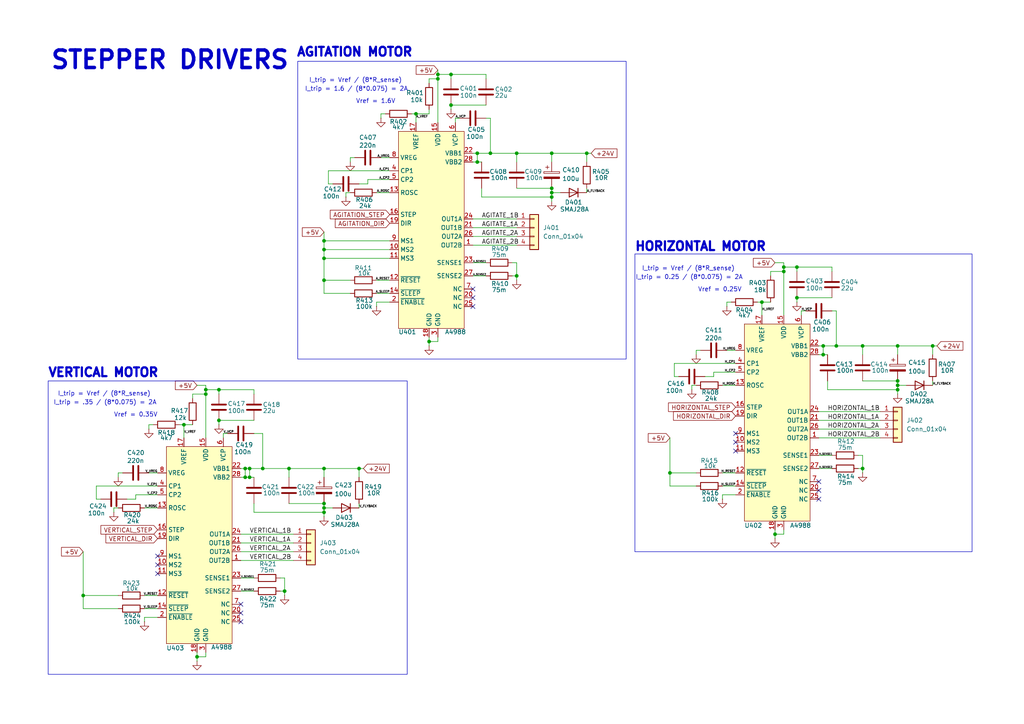
<source format=kicad_sch>
(kicad_sch (version 20250114) (generator "eeschema") (generator_version "9.0")
  (paper "A4")
  (lib_symbols
    (symbol "A4988_1"
      (property "Reference" "U" (at -7.874 20.066 0))
      (property "Value" "A4988" (at 7.366 -39.37 0))
      (symbol "A4988_1_1_1"
        (pin passive line (at -11.43 11.43 0) (length 2.54) (name "VREG") (number "8"))
        (pin input line (at -11.43 7.62 0) (length 2.54) (name "CP1") (number "4"))
        (pin input line (at -11.43 5.08 0) (length 2.54) (name "CP2") (number "5"))
        (pin input line (at -11.43 1.27 0) (length 2.54) (name "ROSC") (number "13"))
        (pin input line (at -11.43 -5.08 0) (length 2.54) (name "STEP") (number "16"))
        (pin input line (at -11.43 -7.62 0) (length 2.54) (name "DIR") (number "19"))
        (pin input line (at -11.43 -12.7 0) (length 2.54) (name "MS1") (number "9"))
        (pin input line (at -11.43 -15.24 0) (length 2.54) (name "MS2") (number "10"))
        (pin input line (at -11.43 -17.78 0) (length 2.54) (name "MS3") (number "11"))
        (pin input line (at -11.43 -24.13 0) (length 2.54) (name "~{RESET}") (number "12"))
        (pin input line (at -11.43 -27.94 0) (length 2.54) (name "~{SLEEP}") (number "14"))
        (pin input line (at -11.43 -30.48 0) (length 2.54) (name "~{ENABLE}") (number "2"))
        (pin passive line (at -3.81 21.59 270) (length 2.54) (name "VREF") (number "17"))
        (pin passive line (at 0 -40.64 90) (length 2.54) (name "GND") (number "18"))
        (pin passive line (at 0 -40.64 90) (length 2.54) (hide yes) (name "GND") (number "29"))
        (pin passive line (at 2.54 21.59 270) (length 2.54) (name "VDD") (number "15"))
        (pin passive line (at 2.54 -40.64 90) (length 2.54) (name "GND") (number "3"))
        (pin input line (at 7.62 21.59 270) (length 2.54) (name "VCP") (number "6"))
        (pin input line (at 12.7 12.7 180) (length 2.54) (name "VBB1") (number "22"))
        (pin input line (at 12.7 10.16 180) (length 2.54) (name "VBB2") (number "28"))
        (pin output line (at 12.7 -6.35 180) (length 2.54) (name "OUT1A") (number "24"))
        (pin output line (at 12.7 -8.89 180) (length 2.54) (name "OUT1B") (number "21"))
        (pin output line (at 12.7 -11.43 180) (length 2.54) (name "OUT2A") (number "26"))
        (pin output line (at 12.7 -13.97 180) (length 2.54) (name "OUT2B") (number "1"))
        (pin passive line (at 12.7 -19.05 180) (length 2.54) (name "SENSE1") (number "23"))
        (pin passive line (at 12.7 -22.86 180) (length 2.54) (name "SENSE2") (number "27"))
        (pin passive line (at 12.7 -26.67 180) (length 2.54) (name "NC") (number "7"))
        (pin passive line (at 12.7 -29.21 180) (length 2.54) (name "NC") (number "20"))
        (pin passive line (at 12.7 -31.75 180) (length 2.54) (name "NC") (number "25"))
      )
    )
    (symbol "A4988_2"
      (property "Reference" "U" (at -7.874 20.066 0))
      (property "Value" "A4988" (at 7.366 -39.37 0))
      (symbol "A4988_2_1_1"
        (pin passive line (at -11.43 11.43 0) (length 2.54) (name "VREG") (number "8"))
        (pin input line (at -11.43 7.62 0) (length 2.54) (name "CP1") (number "4"))
        (pin input line (at -11.43 5.08 0) (length 2.54) (name "CP2") (number "5"))
        (pin input line (at -11.43 1.27 0) (length 2.54) (name "ROSC") (number "13"))
        (pin input line (at -11.43 -5.08 0) (length 2.54) (name "STEP") (number "16"))
        (pin input line (at -11.43 -7.62 0) (length 2.54) (name "DIR") (number "19"))
        (pin input line (at -11.43 -12.7 0) (length 2.54) (name "MS1") (number "9"))
        (pin input line (at -11.43 -15.24 0) (length 2.54) (name "MS2") (number "10"))
        (pin input line (at -11.43 -17.78 0) (length 2.54) (name "MS3") (number "11"))
        (pin input line (at -11.43 -24.13 0) (length 2.54) (name "~{RESET}") (number "12"))
        (pin input line (at -11.43 -27.94 0) (length 2.54) (name "~{SLEEP}") (number "14"))
        (pin input line (at -11.43 -30.48 0) (length 2.54) (name "~{ENABLE}") (number "2"))
        (pin passive line (at -3.81 21.59 270) (length 2.54) (name "VREF") (number "17"))
        (pin passive line (at 0 -40.64 90) (length 2.54) (name "GND") (number "18"))
        (pin passive line (at 0 -40.64 90) (length 2.54) (hide yes) (name "GND") (number "29"))
        (pin passive line (at 2.54 21.59 270) (length 2.54) (name "VDD") (number "15"))
        (pin passive line (at 2.54 -40.64 90) (length 2.54) (name "GND") (number "3"))
        (pin input line (at 7.62 21.59 270) (length 2.54) (name "VCP") (number "6"))
        (pin input line (at 12.7 12.7 180) (length 2.54) (name "VBB1") (number "22"))
        (pin input line (at 12.7 10.16 180) (length 2.54) (name "VBB2") (number "28"))
        (pin output line (at 12.7 -6.35 180) (length 2.54) (name "OUT1A") (number "24"))
        (pin output line (at 12.7 -8.89 180) (length 2.54) (name "OUT1B") (number "21"))
        (pin output line (at 12.7 -11.43 180) (length 2.54) (name "OUT2A") (number "26"))
        (pin output line (at 12.7 -13.97 180) (length 2.54) (name "OUT2B") (number "1"))
        (pin passive line (at 12.7 -19.05 180) (length 2.54) (name "SENSE1") (number "23"))
        (pin passive line (at 12.7 -22.86 180) (length 2.54) (name "SENSE2") (number "27"))
        (pin passive line (at 12.7 -26.67 180) (length 2.54) (name "NC") (number "7"))
        (pin passive line (at 12.7 -29.21 180) (length 2.54) (name "NC") (number "20"))
        (pin passive line (at 12.7 -31.75 180) (length 2.54) (name "NC") (number "25"))
      )
    )
    (symbol "Connector_Generic:Conn_01x04" (pin_names (offset 1.016) (hide yes))
      (property "Reference" "J" (at 0 5.08 0))
      (property "Value" "Conn_01x04" (at 0 -7.62 0))
      (symbol "Conn_01x04_1_1"
        (pin passive line (at -5.08 2.54 0) (length 3.81) (name "Pin_1") (number "1"))
        (pin passive line (at -5.08 0 0) (length 3.81) (name "Pin_2") (number "2"))
        (pin passive line (at -5.08 -2.54 0) (length 3.81) (name "Pin_3") (number "3"))
        (pin passive line (at -5.08 -5.08 0) (length 3.81) (name "Pin_4") (number "4"))
      )
    )
    (symbol "Device:C" (pin_numbers (hide yes)) (pin_names (offset 0.254))
      (property "Reference" "C" (at 0.635 2.54 0))
      (property "Value" "C" (at 0.635 -2.54 0))
      (symbol "C_1_1"
        (pin passive line (at 0 3.81 270) (length 2.794) (name "~") (number "1"))
        (pin passive line (at 0 -3.81 90) (length 2.794) (name "~") (number "2"))
      )
    )
    (symbol "Device:C_Polarized" (pin_numbers (hide yes)) (pin_names (offset 0.254))
      (property "Reference" "C" (at 0.635 2.54 0))
      (property "Value" "C_Polarized" (at 0.635 -2.54 0))
      (symbol "C_Polarized_1_1"
        (pin passive line (at 0 3.81 270) (length 2.794) (name "~") (number "1"))
        (pin passive line (at 0 -3.81 90) (length 2.794) (name "~") (number "2"))
      )
    )
    (symbol "Device:D" (pin_numbers (hide yes)) (pin_names (offset 1.016) (hide yes))
      (property "Reference" "D" (at 0 2.54 0))
      (property "Value" "D" (at 0 -2.54 0))
      (symbol "D_1_1"
        (pin passive line (at -3.81 0 0) (length 2.54) (name "K") (number "1"))
        (pin passive line (at 3.81 0 180) (length 2.54) (name "A") (number "2"))
      )
    )
    (symbol "Device:R" (pin_numbers (hide yes)) (pin_names (offset 0))
      (property "Reference" "R" (at 2.032 0 90))
      (property "Value" "R" (at 0 0 90))
      (symbol "R_1_1"
        (pin passive line (at 0 3.81 270) (length 1.27) (name "~") (number "1"))
        (pin passive line (at 0 -3.81 90) (length 1.27) (name "~") (number "2"))
      )
    )
    (symbol "a4988_symbol:A4988"
      (property "Reference" "U" (at -7.874 20.066 0))
      (property "Value" "A4988" (at 7.366 -39.37 0))
      (symbol "A4988_1_1"
        (pin passive line (at -11.43 11.43 0) (length 2.54) (name "VREG") (number "8"))
        (pin input line (at -11.43 7.62 0) (length 2.54) (name "CP1") (number "4"))
        (pin input line (at -11.43 5.08 0) (length 2.54) (name "CP2") (number "5"))
        (pin input line (at -11.43 1.27 0) (length 2.54) (name "ROSC") (number "13"))
        (pin input line (at -11.43 -5.08 0) (length 2.54) (name "STEP") (number "16"))
        (pin input line (at -11.43 -7.62 0) (length 2.54) (name "DIR") (number "19"))
        (pin input line (at -11.43 -12.7 0) (length 2.54) (name "MS1") (number "9"))
        (pin input line (at -11.43 -15.24 0) (length 2.54) (name "MS2") (number "10"))
        (pin input line (at -11.43 -17.78 0) (length 2.54) (name "MS3") (number "11"))
        (pin input line (at -11.43 -24.13 0) (length 2.54) (name "~{RESET}") (number "12"))
        (pin input line (at -11.43 -27.94 0) (length 2.54) (name "~{SLEEP}") (number "14"))
        (pin input line (at -11.43 -30.48 0) (length 2.54) (name "~{ENABLE}") (number "2"))
        (pin passive line (at -3.81 21.59 270) (length 2.54) (name "VREF") (number "17"))
        (pin passive line (at 0 -40.64 90) (length 2.54) (name "GND") (number "18"))
        (pin passive line (at 0 -40.64 90) (length 2.54) (hide yes) (name "GND") (number "29"))
        (pin passive line (at 2.54 21.59 270) (length 2.54) (name "VDD") (number "15"))
        (pin passive line (at 2.54 -40.64 90) (length 2.54) (name "GND") (number "3"))
        (pin input line (at 7.62 21.59 270) (length 2.54) (name "VCP") (number "6"))
        (pin input line (at 12.7 12.7 180) (length 2.54) (name "VBB1") (number "22"))
        (pin input line (at 12.7 10.16 180) (length 2.54) (name "VBB2") (number "28"))
        (pin output line (at 12.7 -6.35 180) (length 2.54) (name "OUT1A") (number "24"))
        (pin output line (at 12.7 -8.89 180) (length 2.54) (name "OUT1B") (number "21"))
        (pin output line (at 12.7 -11.43 180) (length 2.54) (name "OUT2A") (number "26"))
        (pin output line (at 12.7 -13.97 180) (length 2.54) (name "OUT2B") (number "1"))
        (pin passive line (at 12.7 -19.05 180) (length 2.54) (name "SENSE1") (number "23"))
        (pin passive line (at 12.7 -22.86 180) (length 2.54) (name "SENSE2") (number "27"))
        (pin passive line (at 12.7 -26.67 180) (length 2.54) (name "NC") (number "7"))
        (pin passive line (at 12.7 -29.21 180) (length 2.54) (name "NC") (number "20"))
        (pin passive line (at 12.7 -31.75 180) (length 2.54) (name "NC") (number "25"))
      )
    )
    (symbol "power:GND" (power) (pin_numbers (hide yes)) (pin_names (offset 0) (hide yes))
      (property "Value" "GND" (at 0 -3.81 0))
      (symbol "GND_1_1"
        (pin power_in line (at 0 0 270) (length 0) (name "~") (number "1"))
      )
    )
  )
  (rectangle (start 86.36 17.78) (end 181.61 104.14))
  (rectangle (start 184.15 73.66) (end 281.94 160.02))
  (rectangle (start 13.97 110.49) (end 118.11 195.58))
  (text "I_trip = 0.25 / (8*0.075) = 2A" (at 199.898 80.518 0) (effects (font (size 1.27 1.27))))
  (text "I_trip = Vref / (8*R_sense)" (at 30.226 114.3 0) (effects (font (size 1.27 1.27))))
  (text "I_trip = Vref / (8*R_sense)" (at 103.124 23.368 0) (effects (font (size 1.27 1.27))))
  (text "Vref = 1.6V" (at 108.966 29.464 0) (effects (font (size 1.27 1.27))))
  (text "I_trip = Vref / (8*R_sense)" (at 199.644 77.978 0) (effects (font (size 1.27 1.27))))
  (text "VERTICAL MOTOR" (at 29.972 108.204 0) (effects (font (size 2.54 2.54) (thickness 1.016) (bold yes))))
  (text "Vref = 0.35V" (at 39.37 120.396 0) (effects (font (size 1.27 1.27))))
  (text "I_trip = .35 / (8*0.075) = 2A" (at 30.48 116.84 0) (effects (font (size 1.27 1.27))))
  (text "AGITATION MOTOR" (at 102.87 15.24 0) (effects (font (size 2.54 2.54) (thickness 1.016) (bold yes))))
  (text "STEPPER DRIVERS" (at 49.276 17.526 0) (effects (font (size 5.08 5.08) (thickness 1.016) (bold yes))))
  (text "Vref = 0.25V" (at 208.788 84.074 0) (effects (font (size 1.27 1.27))))
  (text "HORIZONTAL MOTOR" (at 203.2 71.628 0) (effects (font (size 2.54 2.54) (thickness 1.016) (bold yes))))
  (text "I_trip = 1.6 / (8*0.075) = 2A" (at 103.378 25.908 0) (effects (font (size 1.27 1.27))))
  (junction (at 242.57 100.33))
  (junction (at 72.39 135.89))
  (junction (at 194.31 137.16))
  (junction (at 231.14 86.36))
  (junction (at 76.2 135.89))
  (junction (at 124.46 99.06))
  (junction (at 138.43 46.99))
  (junction (at 250.19 100.33))
  (junction (at 53.34 123.19))
  (junction (at 71.12 138.43))
  (junction (at 160.02 44.45))
  (junction (at 130.81 21.59))
  (junction (at 260.35 110.49))
  (junction (at 63.5 121.92))
  (junction (at 231.14 77.47))
  (junction (at 170.18 44.45))
  (junction (at 93.98 74.93))
  (junction (at 93.98 72.39))
  (junction (at 260.35 100.33))
  (junction (at 127 21.59))
  (junction (at 120.65 33.02))
  (junction (at 72.39 138.43))
  (junction (at 270.51 100.33))
  (junction (at 130.81 30.48))
  (junction (at 238.76 100.33))
  (junction (at 227.33 77.47))
  (junction (at 160.02 54.61))
  (junction (at 93.98 146.05))
  (junction (at 59.69 114.3))
  (junction (at 83.82 135.89))
  (junction (at 238.76 102.87))
  (junction (at 149.86 80.01))
  (junction (at 82.55 171.45))
  (junction (at 93.98 69.85))
  (junction (at 149.86 44.45))
  (junction (at 138.43 44.45))
  (junction (at 224.79 154.94))
  (junction (at 93.98 135.89))
  (junction (at 142.24 44.45))
  (junction (at 93.98 148.59))
  (junction (at 160.02 55.88))
  (junction (at 160.02 57.15))
  (junction (at 250.19 135.89))
  (junction (at 220.98 87.63))
  (junction (at 63.5 113.03))
  (junction (at 260.35 111.76))
  (junction (at 93.98 81.28))
  (junction (at 260.35 113.03))
  (junction (at 93.98 147.32))
  (junction (at 227.33 78.74))
  (junction (at 71.12 135.89))
  (junction (at 57.15 190.5))
  (junction (at 127 22.86))
  (junction (at 59.69 113.03))
  (junction (at 104.14 135.89))
  (junction (at 24.13 172.72))
  (no_connect (at 237.49 139.7))
  (no_connect (at 45.72 163.83))
  (no_connect (at 213.36 130.81))
  (no_connect (at 137.16 83.82))
  (no_connect (at 137.16 86.36))
  (no_connect (at 213.36 125.73))
  (no_connect (at 213.36 128.27))
  (no_connect (at 45.72 161.29))
  (no_connect (at 137.16 88.9))
  (no_connect (at 69.85 180.34))
  (no_connect (at 45.72 166.37))
  (no_connect (at 69.85 177.8))
  (no_connect (at 237.49 144.78))
  (no_connect (at 69.85 175.26))
  (no_connect (at 237.49 142.24))
  (wire (pts (xy 44.45 123.19) (xy 43.18 123.19)))
  (wire (pts (xy 64.77 125.73) (xy 66.04 125.73)))
  (wire (pts (xy 237.49 132.08) (xy 241.3 132.08)))
  (wire (pts (xy 132.08 35.56) (xy 132.08 34.29)))
  (wire (pts (xy 93.98 148.59) (xy 93.98 149.86)))
  (wire (pts (xy 240.03 113.03) (xy 260.35 113.03)))
  (wire (pts (xy 113.03 72.39) (xy 93.98 72.39)))
  (wire (pts (xy 231.14 77.47) (xy 231.14 78.74)))
  (wire (pts (xy 238.76 100.33) (xy 242.57 100.33)))
  (wire (pts (xy 39.37 143.51) (xy 39.37 144.78)))
  (wire (pts (xy 201.93 101.6) (xy 203.2 101.6)))
  (wire (pts (xy 27.94 140.97) (xy 27.94 144.78)))
  (wire (pts (xy 27.94 140.97) (xy 45.72 140.97)))
  (wire (pts (xy 238.76 102.87) (xy 240.03 102.87)))
  (wire (pts (xy 170.18 44.45) (xy 170.18 46.99)))
  (wire (pts (xy 57.15 111.76) (xy 59.69 111.76)))
  (wire (pts (xy 209.55 143.51) (xy 209.55 144.78)))
  (wire (pts (xy 223.52 78.74) (xy 227.33 78.74)))
  (wire (pts (xy 41.91 179.07) (xy 41.91 180.34)))
  (wire (pts (xy 140.97 34.29) (xy 142.24 34.29)))
  (wire (pts (xy 250.19 100.33) (xy 250.19 102.87)))
  (wire (pts (xy 43.18 123.19) (xy 43.18 124.46)))
  (wire (pts (xy 100.33 55.88) (xy 100.33 57.15)))
  (wire (pts (xy 39.37 143.51) (xy 45.72 143.51)))
  (wire (pts (xy 59.69 190.5) (xy 57.15 190.5)))
  (wire (pts (xy 270.51 100.33) (xy 271.78 100.33)))
  (wire (pts (xy 270.51 110.49) (xy 270.51 111.76)))
  (wire (pts (xy 130.81 30.48) (xy 130.81 31.75)))
  (wire (pts (xy 224.79 153.67) (xy 224.79 154.94)))
  (wire (pts (xy 137.16 71.12) (xy 149.86 71.12)))
  (wire (pts (xy 231.14 86.36) (xy 241.3 86.36)))
  (wire (pts (xy 170.18 44.45) (xy 171.45 44.45)))
  (wire (pts (xy 237.49 135.89) (xy 241.3 135.89)))
  (wire (pts (xy 34.29 137.16) (xy 35.56 137.16)))
  (wire (pts (xy 93.98 74.93) (xy 93.98 72.39)))
  (wire (pts (xy 76.2 125.73) (xy 76.2 135.89)))
  (wire (pts (xy 72.39 135.89) (xy 72.39 138.43)))
  (wire (pts (xy 73.66 146.05) (xy 73.66 148.59)))
  (wire (pts (xy 149.86 80.01) (xy 149.86 81.28)))
  (wire (pts (xy 36.83 144.78) (xy 39.37 144.78)))
  (wire (pts (xy 209.55 137.16) (xy 213.36 137.16)))
  (wire (pts (xy 250.19 100.33) (xy 260.35 100.33)))
  (wire (pts (xy 24.13 160.02) (xy 24.13 172.72)))
  (wire (pts (xy 59.69 114.3) (xy 59.69 113.03)))
  (wire (pts (xy 41.91 172.72) (xy 45.72 172.72)))
  (wire (pts (xy 227.33 91.44) (xy 227.33 78.74)))
  (wire (pts (xy 93.98 135.89) (xy 93.98 138.43)))
  (wire (pts (xy 194.31 140.97) (xy 194.31 137.16)))
  (wire (pts (xy 127 99.06) (xy 124.46 99.06)))
  (wire (pts (xy 104.14 146.05) (xy 104.14 147.32)))
  (wire (pts (xy 83.82 146.05) (xy 93.98 146.05)))
  (wire (pts (xy 270.51 100.33) (xy 260.35 100.33)))
  (wire (pts (xy 34.29 147.32) (xy 33.02 147.32)))
  (wire (pts (xy 237.49 119.38) (xy 255.27 119.38)))
  (wire (pts (xy 57.15 189.23) (xy 57.15 190.5)))
  (wire (pts (xy 220.98 87.63) (xy 220.98 91.44)))
  (wire (pts (xy 237.49 121.92) (xy 255.27 121.92)))
  (wire (pts (xy 250.19 135.89) (xy 250.19 137.16)))
  (wire (pts (xy 227.33 76.2) (xy 227.33 77.47)))
  (wire (pts (xy 124.46 22.86) (xy 127 22.86)))
  (wire (pts (xy 260.35 113.03) (xy 260.35 114.3)))
  (wire (pts (xy 109.22 87.63) (xy 109.22 88.9)))
  (wire (pts (xy 260.35 110.49) (xy 260.35 111.76)))
  (wire (pts (xy 124.46 31.75) (xy 124.46 33.02)))
  (wire (pts (xy 24.13 176.53) (xy 24.13 172.72)))
  (wire (pts (xy 43.18 137.16) (xy 45.72 137.16)))
  (wire (pts (xy 55.88 114.3) (xy 55.88 115.57)))
  (wire (pts (xy 109.22 55.88) (xy 113.03 55.88)))
  (wire (pts (xy 142.24 34.29) (xy 142.24 44.45)))
  (wire (pts (xy 224.79 154.94) (xy 224.79 156.21)))
  (wire (pts (xy 34.29 138.43) (xy 34.29 137.16)))
  (wire (pts (xy 130.81 21.59) (xy 130.81 22.86)))
  (wire (pts (xy 82.55 167.64) (xy 82.55 171.45)))
  (wire (pts (xy 270.51 100.33) (xy 270.51 102.87)))
  (wire (pts (xy 113.03 74.93) (xy 93.98 74.93)))
  (wire (pts (xy 57.15 190.5) (xy 57.15 191.77)))
  (wire (pts (xy 106.68 52.07) (xy 113.03 52.07)))
  (wire (pts (xy 219.71 87.63) (xy 220.98 87.63)))
  (wire (pts (xy 124.46 97.79) (xy 124.46 99.06)))
  (wire (pts (xy 55.88 123.19) (xy 53.34 123.19)))
  (wire (pts (xy 113.03 69.85) (xy 93.98 69.85)))
  (wire (pts (xy 207.01 107.95) (xy 207.01 109.22)))
  (wire (pts (xy 64.77 127) (xy 64.77 125.73)))
  (wire (pts (xy 27.94 144.78) (xy 29.21 144.78)))
  (wire (pts (xy 59.69 113.03) (xy 63.5 113.03)))
  (wire (pts (xy 127 21.59) (xy 127 22.86)))
  (wire (pts (xy 242.57 90.17) (xy 242.57 100.33)))
  (wire (pts (xy 248.92 135.89) (xy 250.19 135.89)))
  (wire (pts (xy 237.49 102.87) (xy 238.76 102.87)))
  (wire (pts (xy 248.92 132.08) (xy 250.19 132.08)))
  (wire (pts (xy 148.59 80.01) (xy 149.86 80.01)))
  (wire (pts (xy 101.6 45.72) (xy 102.87 45.72)))
  (wire (pts (xy 63.5 113.03) (xy 63.5 114.3)))
  (wire (pts (xy 160.02 55.88) (xy 160.02 57.15)))
  (wire (pts (xy 52.07 123.19) (xy 53.34 123.19)))
  (wire (pts (xy 238.76 100.33) (xy 238.76 102.87)))
  (wire (pts (xy 69.85 157.48) (xy 85.09 157.48)))
  (wire (pts (xy 93.98 72.39) (xy 93.98 69.85)))
  (wire (pts (xy 95.25 49.53) (xy 113.03 49.53)))
  (wire (pts (xy 71.12 135.89) (xy 69.85 135.89)))
  (wire (pts (xy 71.12 138.43) (xy 72.39 138.43)))
  (wire (pts (xy 101.6 55.88) (xy 100.33 55.88)))
  (wire (pts (xy 127 22.86) (xy 127 35.56)))
  (wire (pts (xy 138.43 46.99) (xy 139.7 46.99)))
  (wire (pts (xy 200.66 111.76) (xy 200.66 113.03)))
  (wire (pts (xy 124.46 99.06) (xy 124.46 100.33)))
  (wire (pts (xy 109.22 85.09) (xy 113.03 85.09)))
  (wire (pts (xy 127 21.59) (xy 130.81 21.59)))
  (wire (pts (xy 170.18 44.45) (xy 160.02 44.45)))
  (wire (pts (xy 142.24 44.45) (xy 149.86 44.45)))
  (wire (pts (xy 194.31 127) (xy 194.31 137.16)))
  (wire (pts (xy 137.16 66.04) (xy 149.86 66.04)))
  (wire (pts (xy 81.28 171.45) (xy 82.55 171.45)))
  (wire (pts (xy 24.13 172.72) (xy 34.29 172.72)))
  (wire (pts (xy 223.52 87.63) (xy 220.98 87.63)))
  (wire (pts (xy 109.22 87.63) (xy 113.03 87.63)))
  (wire (pts (xy 210.82 87.63) (xy 210.82 88.9)))
  (wire (pts (xy 101.6 46.99) (xy 101.6 45.72)))
  (wire (pts (xy 132.08 34.29) (xy 133.35 34.29)))
  (wire (pts (xy 240.03 110.49) (xy 240.03 113.03)))
  (wire (pts (xy 238.76 100.33) (xy 237.49 100.33)))
  (wire (pts (xy 73.66 113.03) (xy 73.66 114.3)))
  (wire (pts (xy 73.66 148.59) (xy 93.98 148.59)))
  (wire (pts (xy 69.85 160.02) (xy 85.09 160.02)))
  (wire (pts (xy 93.98 81.28) (xy 93.98 74.93)))
  (wire (pts (xy 69.85 162.56) (xy 85.09 162.56)))
  (wire (pts (xy 69.85 154.94) (xy 85.09 154.94)))
  (wire (pts (xy 195.58 109.22) (xy 196.85 109.22)))
  (wire (pts (xy 160.02 54.61) (xy 160.02 55.88)))
  (wire (pts (xy 93.98 146.05) (xy 93.98 147.32)))
  (wire (pts (xy 120.65 33.02) (xy 120.65 35.56)))
  (wire (pts (xy 81.28 167.64) (xy 82.55 167.64)))
  (wire (pts (xy 95.25 53.34) (xy 96.52 53.34)))
  (wire (pts (xy 59.69 111.76) (xy 59.69 113.03)))
  (wire (pts (xy 227.33 154.94) (xy 224.79 154.94)))
  (wire (pts (xy 194.31 140.97) (xy 201.93 140.97)))
  (wire (pts (xy 231.14 77.47) (xy 241.3 77.47)))
  (wire (pts (xy 95.25 49.53) (xy 95.25 53.34)))
  (wire (pts (xy 69.85 171.45) (xy 73.66 171.45)))
  (wire (pts (xy 104.14 135.89) (xy 104.14 138.43)))
  (wire (pts (xy 104.14 135.89) (xy 93.98 135.89)))
  (wire (pts (xy 24.13 176.53) (xy 34.29 176.53)))
  (wire (pts (xy 59.69 127) (xy 59.69 114.3)))
  (wire (pts (xy 138.43 44.45) (xy 142.24 44.45)))
  (wire (pts (xy 110.49 45.72) (xy 113.03 45.72)))
  (wire (pts (xy 140.97 21.59) (xy 140.97 22.86)))
  (wire (pts (xy 33.02 147.32) (xy 33.02 148.59)))
  (wire (pts (xy 93.98 147.32) (xy 96.52 147.32)))
  (wire (pts (xy 109.22 81.28) (xy 113.03 81.28)))
  (wire (pts (xy 195.58 105.41) (xy 195.58 109.22)))
  (wire (pts (xy 241.3 77.47) (xy 241.3 78.74)))
  (wire (pts (xy 83.82 135.89) (xy 93.98 135.89)))
  (wire (pts (xy 149.86 54.61) (xy 160.02 54.61)))
  (wire (pts (xy 63.5 113.03) (xy 73.66 113.03)))
  (wire (pts (xy 63.5 121.92) (xy 63.5 123.19)))
  (wire (pts (xy 63.5 121.92) (xy 73.66 121.92)))
  (wire (pts (xy 83.82 135.89) (xy 83.82 138.43)))
  (wire (pts (xy 104.14 53.34) (xy 106.68 53.34)))
  (wire (pts (xy 41.91 176.53) (xy 45.72 176.53)))
  (wire (pts (xy 139.7 57.15) (xy 160.02 57.15)))
  (wire (pts (xy 139.7 54.61) (xy 139.7 57.15)))
  (wire (pts (xy 72.39 138.43) (xy 73.66 138.43)))
  (wire (pts (xy 53.34 123.19) (xy 53.34 127)))
  (wire (pts (xy 93.98 147.32) (xy 93.98 148.59)))
  (wire (pts (xy 69.85 167.64) (xy 73.66 167.64)))
  (wire (pts (xy 210.82 101.6) (xy 213.36 101.6)))
  (wire (pts (xy 212.09 87.63) (xy 210.82 87.63)))
  (wire (pts (xy 138.43 44.45) (xy 138.43 46.99)))
  (wire (pts (xy 93.98 85.09) (xy 93.98 81.28)))
  (wire (pts (xy 237.49 127) (xy 255.27 127)))
  (wire (pts (xy 232.41 91.44) (xy 232.41 90.17)))
  (wire (pts (xy 227.33 77.47) (xy 231.14 77.47)))
  (wire (pts (xy 201.93 111.76) (xy 200.66 111.76)))
  (wire (pts (xy 231.14 86.36) (xy 231.14 87.63)))
  (wire (pts (xy 41.91 179.07) (xy 45.72 179.07)))
  (wire (pts (xy 149.86 76.2) (xy 149.86 80.01)))
  (wire (pts (xy 194.31 137.16) (xy 201.93 137.16)))
  (wire (pts (xy 41.91 147.32) (xy 45.72 147.32)))
  (wire (pts (xy 93.98 85.09) (xy 101.6 85.09)))
  (wire (pts (xy 104.14 135.89) (xy 105.41 135.89)))
  (wire (pts (xy 73.66 125.73) (xy 76.2 125.73)))
  (wire (pts (xy 209.55 143.51) (xy 213.36 143.51)))
  (wire (pts (xy 137.16 63.5) (xy 149.86 63.5)))
  (wire (pts (xy 137.16 80.01) (xy 140.97 80.01)))
  (wire (pts (xy 69.85 138.43) (xy 71.12 138.43)))
  (wire (pts (xy 209.55 140.97) (xy 213.36 140.97)))
  (wire (pts (xy 55.88 114.3) (xy 59.69 114.3)))
  (wire (pts (xy 201.93 102.87) (xy 201.93 101.6)))
  (wire (pts (xy 111.76 33.02) (xy 110.49 33.02)))
  (wire (pts (xy 170.18 54.61) (xy 170.18 55.88)))
  (wire (pts (xy 250.19 132.08) (xy 250.19 135.89)))
  (wire (pts (xy 59.69 189.23) (xy 59.69 190.5)))
  (wire (pts (xy 72.39 135.89) (xy 71.12 135.89)))
  (wire (pts (xy 82.55 171.45) (xy 82.55 172.72)))
  (wire (pts (xy 124.46 24.13) (xy 124.46 22.86)))
  (wire (pts (xy 130.81 21.59) (xy 140.97 21.59)))
  (wire (pts (xy 232.41 90.17) (xy 233.68 90.17)))
  (wire (pts (xy 209.55 111.76) (xy 213.36 111.76)))
  (wire (pts (xy 127 97.79) (xy 127 99.06)))
  (wire (pts (xy 160.02 57.15) (xy 160.02 58.42)))
  (wire (pts (xy 130.81 30.48) (xy 140.97 30.48)))
  (wire (pts (xy 207.01 107.95) (xy 213.36 107.95)))
  (wire (pts (xy 250.19 110.49) (xy 260.35 110.49)))
  (wire (pts (xy 224.79 76.2) (xy 227.33 76.2)))
  (wire (pts (xy 93.98 67.31) (xy 93.98 69.85)))
  (wire (pts (xy 149.86 44.45) (xy 160.02 44.45)))
  (wire (pts (xy 160.02 55.88) (xy 162.56 55.88)))
  (wire (pts (xy 260.35 111.76) (xy 262.89 111.76)))
  (wire (pts (xy 223.52 78.74) (xy 223.52 80.01)))
  (wire (pts (xy 120.65 33.02) (xy 124.46 33.02)))
  (wire (pts (xy 160.02 44.45) (xy 160.02 46.99)))
  (wire (pts (xy 137.16 76.2) (xy 140.97 76.2)))
  (wire (pts (xy 137.16 46.99) (xy 138.43 46.99)))
  (wire (pts (xy 148.59 76.2) (xy 149.86 76.2)))
  (wire (pts (xy 237.49 124.46) (xy 255.27 124.46)))
  (wire (pts (xy 260.35 100.33) (xy 260.35 102.87)))
  (wire (pts (xy 137.16 68.58) (xy 149.86 68.58)))
  (wire (pts (xy 110.49 33.02) (xy 110.49 34.29)))
  (wire (pts (xy 93.98 81.28) (xy 101.6 81.28)))
  (wire (pts (xy 195.58 105.41) (xy 213.36 105.41)))
  (wire (pts (xy 76.2 135.89) (xy 83.82 135.89)))
  (wire (pts (xy 260.35 111.76) (xy 260.35 113.03)))
  (wire (pts (xy 138.43 44.45) (xy 137.16 44.45)))
  (wire (pts (xy 241.3 90.17) (xy 242.57 90.17)))
  (wire (pts (xy 227.33 78.74) (xy 227.33 77.47)))
  (wire (pts (xy 242.57 100.33) (xy 250.19 100.33)))
  (wire (pts (xy 204.47 109.22) (xy 207.01 109.22)))
  (wire (pts (xy 227.33 153.67) (xy 227.33 154.94)))
  (wire (pts (xy 72.39 135.89) (xy 76.2 135.89)))
  (wire (pts (xy 119.38 33.02) (xy 120.65 33.02)))
  (wire (pts (xy 149.86 44.45) (xy 149.86 46.99)))
  (wire (pts (xy 127 20.32) (xy 127 21.59)))
  (wire (pts (xy 106.68 52.07) (xy 106.68 53.34)))
  (wire (pts (xy 71.12 135.89) (xy 71.12 138.43)))
  (label "V_CP2" (at 45.72 143.51 180) (effects (font (size 0.635 0.635))))
  (label "H_RESET" (at 213.36 137.16 180) (effects (font (size 0.635 0.635))))
  (label "AGITATE_2B" (at 139.7 71.12 0))
  (label "VERTICAL_2A" (at 72.39 160.02 0))
  (label "HORIZONTAL_1B" (at 240.03 119.38 0))
  (label "AGITATE_1A" (at 139.7 66.04 0))
  (label "V_RESET" (at 45.72 172.72 180) (effects (font (size 0.635 0.635))))
  (label "H_SENSE2" (at 237.49 135.89 0) (effects (font (size 0.508 0.508))))
  (label "H_SLEEP" (at 213.36 140.97 180) (effects (font (size 0.635 0.635))))
  (label "A_SENSE2" (at 137.16 80.01 0) (effects (font (size 0.508 0.508))))
  (label "V_VCP" (at 64.77 125.73 0) (effects (font (size 0.635 0.635))))
  (label "V_FLYBACK" (at 104.14 147.32 0) (effects (font (size 0.635 0.635))))
  (label "A_CP1" (at 113.03 49.53 180) (effects (font (size 0.635 0.635))))
  (label "HORIZONTAL_2B" (at 240.03 127 0))
  (label "H_CP1" (at 213.36 105.41 180) (effects (font (size 0.635 0.635))))
  (label "H_VREG" (at 213.36 101.6 180) (effects (font (size 0.635 0.635))))
  (label "A_SENSE1" (at 137.16 76.2 0) (effects (font (size 0.508 0.508))))
  (label "VERTICAL_1A" (at 72.39 157.48 0))
  (label "A_RESET" (at 113.03 81.28 180) (effects (font (size 0.635 0.635))))
  (label "V_ROSC" (at 45.72 147.32 180) (effects (font (size 0.635 0.635))))
  (label "V_SENSE1" (at 69.85 167.64 0) (effects (font (size 0.508 0.508))))
  (label "AGITATE_2A" (at 139.7 68.58 0))
  (label "V_VREG" (at 45.72 137.16 180) (effects (font (size 0.635 0.635))))
  (label "H_CP2" (at 213.36 107.95 180) (effects (font (size 0.635 0.635))))
  (label "A_VREG" (at 113.03 45.72 180) (effects (font (size 0.635 0.635))))
  (label "V_VREF" (at 53.34 125.73 0) (effects (font (size 0.635 0.635))))
  (label "A_SLEEP" (at 113.03 85.09 180) (effects (font (size 0.635 0.635))))
  (label "VERTICAL_1B" (at 72.39 154.94 0))
  (label "VERTICAL_2B" (at 72.39 162.56 0))
  (label "A_ROSC" (at 113.03 55.88 180) (effects (font (size 0.635 0.635))))
  (label "A_VREF" (at 120.65 34.29 0) (effects (font (size 0.635 0.635))))
  (label "HORIZONTAL_2A" (at 240.03 124.46 0))
  (label "V_CP1" (at 45.72 140.97 180) (effects (font (size 0.635 0.635))))
  (label "A_VCP" (at 132.08 34.29 0) (effects (font (size 0.635 0.635))))
  (label "AGITATE_1B" (at 139.7 63.5 0))
  (label "A_CP2" (at 113.03 52.07 180) (effects (font (size 0.635 0.635))))
  (label "A_FLYBACK" (at 170.18 55.88 0) (effects (font (size 0.635 0.635))))
  (label "H_VCP" (at 232.41 90.17 0) (effects (font (size 0.635 0.635))))
  (label "V_SLEEP" (at 45.72 176.53 180) (effects (font (size 0.635 0.635))))
  (label "H_VREF" (at 220.98 90.17 0) (effects (font (size 0.635 0.635))))
  (label "HORIZONTAL_1A" (at 240.03 121.92 0))
  (label "H_ROSC" (at 213.36 111.76 180) (effects (font (size 0.635 0.635))))
  (label "V_SENSE2" (at 69.85 171.45 0) (effects (font (size 0.508 0.508))))
  (label "H_FLYBACK" (at 270.51 111.76 0) (effects (font (size 0.635 0.635))))
  (label "H_SENSE1" (at 237.49 132.08 0) (effects (font (size 0.508 0.508))))
  (global_label "+5V" (shape input) (at 194.31 127 180) (property "Intersheetrefs" "${INTERSHEET_REFS}" (effects (hide yes))))
  (global_label "+24V" (shape input) (at 171.45 44.45 0) (property "Intersheetrefs" "${INTERSHEET_REFS}" (effects (hide yes))))
  (global_label "VERTICAL_DIR" (shape input) (at 45.72 156.21 180) (property "Intersheetrefs" "${INTERSHEET_REFS}" (effects (hide yes))))
  (global_label "+5V" (shape input) (at 57.15 111.76 180) (property "Intersheetrefs" "${INTERSHEET_REFS}" (effects (hide yes))))
  (global_label "+24V" (shape input) (at 271.78 100.33 0) (property "Intersheetrefs" "${INTERSHEET_REFS}" (effects (hide yes))))
  (global_label "AGITATION_STEP" (shape input) (at 113.03 62.23 180) (property "Intersheetrefs" "${INTERSHEET_REFS}" (effects (hide yes))))
  (global_label "+5V" (shape input) (at 224.79 76.2 180) (property "Intersheetrefs" "${INTERSHEET_REFS}" (effects (hide yes))))
  (global_label "HORIZONTAL_DIR" (shape input) (at 213.36 120.65 180) (property "Intersheetrefs" "${INTERSHEET_REFS}" (effects (hide yes))))
  (global_label "+5V" (shape input) (at 127 20.32 180) (property "Intersheetrefs" "${INTERSHEET_REFS}" (effects (hide yes))))
  (global_label "AGITATION_DIR" (shape input) (at 113.03 64.77 180) (property "Intersheetrefs" "${INTERSHEET_REFS}" (effects (hide yes))))
  (global_label "VERTICAL_STEP" (shape input) (at 45.72 153.67 180) (property "Intersheetrefs" "${INTERSHEET_REFS}" (effects (hide yes))))
  (global_label "+5V" (shape input) (at 93.98 67.31 180) (property "Intersheetrefs" "${INTERSHEET_REFS}" (effects (hide yes))))
  (global_label "+24V" (shape input) (at 105.41 135.89 0) (property "Intersheetrefs" "${INTERSHEET_REFS}" (effects (hide yes))))
  (global_label "HORIZONTAL_STEP" (shape input) (at 213.36 118.11 180) (property "Intersheetrefs" "${INTERSHEET_REFS}" (effects (hide yes))))
  (global_label "+5V" (shape input) (at 24.13 160.02 180) (property "Intersheetrefs" "${INTERSHEET_REFS}" (effects (hide yes))))
  (symbol (lib_id "power:GND") (at 210.82 88.9 0) (unit 1)
    (property "Reference" "#PWR0404" (effects (hide yes)))
    (property "Value" "GND" (effects (hide yes)))
    (property "Description" "Power symbol creates a global label with name \"GND\" , ground" (effects (hide yes)))
  )
  (symbol (lib_id "power:GND") (at 200.66 113.03 0) (unit 1)
    (property "Reference" "#PWR0409" (effects (hide yes)))
    (property "Value" "GND" (effects (hide yes)))
    (property "Description" "Power symbol creates a global label with name \"GND\" , ground" (effects (hide yes)))
  )
  (symbol (lib_id "Device:R") (at 105.41 81.28 90) (unit 1)
    (property "Reference" "R411" (at 107.95 77.724 90) (effects (justify left)))
    (property "Value" "10k" (at 107.442 79.248 90) (effects (justify left)))
    (property "Footprint" "Resistor_SMD:R_0603_1608Metric" (effects (hide yes)))
    (property "Description" "Resistor" (effects (hide yes)))
    (property "Manufacturer" "UNI-ROYAL(Uniroyal Elec)" (effects (hide yes)))
    (property "MPN" "0603WAF1002T5E" (effects (hide yes)))
    (property "LCSC Part Number" "C25804" (effects (hide yes)))
  )
  (symbol (lib_id "power:GND") (at 57.15 191.77 0) (unit 1)
    (property "Reference" "#PWR0425" (effects (hide yes)))
    (property "Value" "GND" (effects (hide yes)))
    (property "Description" "Power symbol creates a global label with name \"GND\" , ground" (effects (hide yes)))
  )
  (symbol (lib_id "Device:R") (at 205.74 140.97 90) (unit 1)
    (property "Reference" "R416" (at 205.994 143.002 90))
    (property "Value" "100k" (at 205.994 144.78 90))
    (property "Footprint" "Resistor_SMD:R_0603_1608Metric" (effects (hide yes)))
    (property "Description" "Resistor" (effects (hide yes)))
    (property "Manufacturer" "UNI-ROYAL(Uniroyal Elec)" (effects (hide yes)))
    (property "MPN" "0603WAF1003T5E" (effects (hide yes)))
    (property "LCSC Part Number" "C25803" (effects (hide yes)))
  )
  (symbol (lib_id "power:GND") (at 160.02 58.42 0) (unit 1)
    (property "Reference" "#PWR0408" (effects (hide yes)))
    (property "Value" "GND" (effects (hide yes)))
    (property "Description" "Power symbol creates a global label with name \"GND\" , ground" (effects (hide yes)))
  )
  (symbol (lib_id "Device:C") (at 207.01 101.6 270) (unit 1)
    (property "Reference" "C411" (at 204.47 95.758 90) (effects (justify left)))
    (property "Value" "220n" (at 204.47 98.044 90) (effects (justify left)))
    (property "Footprint" "Capacitor_SMD:C_0805_2012Metric" (effects (hide yes)))
    (property "Description" "Unpolarized capacitor" (effects (hide yes)))
    (property "Manufacturer" "Samsung Electro-Mechanics" (effects (hide yes)))
    (property "MPN" "CL21B224KBFNNNE" (effects (hide yes)))
    (property "LCSC Part Number" "C5378" (effects (hide yes)))
  )
  (symbol (lib_id "power:GND") (at 124.46 100.33 0) (unit 1)
    (property "Reference" "#PWR0415" (effects (hide yes)))
    (property "Value" "GND" (effects (hide yes)))
    (property "Description" "Power symbol creates a global label with name \"GND\" , ground" (effects (hide yes)))
  )
  (symbol (lib_id "a4988_symbol:A4988") (at 57.15 148.59 0) (unit 1)
    (property "Reference" "U403" (at 48.26 187.96 0) (effects (justify left)))
    (property "Value" "A4988" (at 61.214 187.706 0) (effects (justify left)))
    (property "Footprint" "Package_DFN_QFN:QFN-28-1EP_5x5mm_P0.5mm_EP3.25x3.25mm_ThermalVias" (effects (hide yes)))
    (property "Datasheet" "kicad-embed://A4988-Datasheet.pdf" (effects (hide yes)))
    (property "Manufacturer" "Allegro MicroSystems, LLC" (effects (hide yes)))
    (property "MPN" "A4988SETTR-T" (effects (hide yes)))
    (property "LCSC Part Number" "C38437" (effects (hide yes)))
  )
  (symbol (lib_id "Device:R") (at 38.1 172.72 90) (unit 1)
    (property "Reference" "R423" (at 40.64 169.164 90) (effects (justify left)))
    (property "Value" "10k" (at 40.132 170.688 90) (effects (justify left)))
    (property "Footprint" "Resistor_SMD:R_0603_1608Metric" (effects (hide yes)))
    (property "Description" "Resistor" (effects (hide yes)))
    (property "Manufacturer" "UNI-ROYAL(Uniroyal Elec)" (effects (hide yes)))
    (property "MPN" "0603WAF1002T5E" (effects (hide yes)))
    (property "LCSC Part Number" "C25804" (effects (hide yes)))
  )
  (symbol (lib_id "power:GND") (at 260.35 114.3 0) (unit 1)
    (property "Reference" "#PWR0410" (effects (hide yes)))
    (property "Value" "GND" (effects (hide yes)))
    (property "Description" "Power symbol creates a global label with name \"GND\" , ground" (effects (hide yes)))
  )
  (symbol (lib_id "power:GND") (at 224.79 156.21 0) (unit 1)
    (property "Reference" "#PWR0416" (effects (hide yes)))
    (property "Value" "GND" (effects (hide yes)))
    (property "Description" "Power symbol creates a global label with name \"GND\" , ground" (effects (hide yes)))
  )
  (symbol (lib_id "power:GND") (at 101.6 46.99 0) (unit 1)
    (property "Reference" "#PWR0405" (effects (hide yes)))
    (property "Value" "GND" (effects (hide yes)))
    (property "Description" "Power symbol creates a global label with name \"GND\" , ground" (effects (hide yes)))
  )
  (symbol (lib_id "power:GND") (at 34.29 138.43 0) (unit 1)
    (property "Reference" "#PWR0419" (effects (hide yes)))
    (property "Value" "GND" (effects (hide yes)))
    (property "Description" "Power symbol creates a global label with name \"GND\" , ground" (effects (hide yes)))
  )
  (symbol (lib_id "Device:R") (at 55.88 119.38 180) (unit 1)
    (property "Reference" "R417" (at 52.07 119.126 0))
    (property "Value" "12k" (at 52.324 121.158 0))
    (property "Footprint" "Resistor_SMD:R_0603_1608Metric" (effects (hide yes)))
    (property "Description" "Resistor" (effects (hide yes)))
    (property "Manufacturer" "UNI-ROYAL(Uniroyal Elec)" (effects (hide yes)))
    (property "MPN" "0603WAF1202T5E" (effects (hide yes)))
    (property "LCSC Part Number" "C22790" (effects (hide yes)))
  )
  (symbol (lib_id "Device:C") (at 137.16 34.29 90) (unit 1)
    (property "Reference" "C405" (at 140.716 37.592 90) (effects (justify left)))
    (property "Value" "100n" (at 140.208 39.624 90) (effects (justify left)))
    (property "Footprint" "Capacitor_SMD:C_0603_1608Metric" (effects (hide yes)))
    (property "Description" "Unpolarized capacitor" (effects (hide yes)))
    (property "Manufacturer" "YAGEO" (effects (hide yes)))
    (property "MPN" "CC0603KRX7R9BB104" (effects (hide yes)))
    (property "LCSC Part Number" "C14663" (effects (hide yes)))
  )
  (symbol (lib_id "Device:R") (at 223.52 83.82 0) (unit 1)
    (property "Reference" "R403" (at 219.71 82.042 0))
    (property "Value" "18k" (at 220.472 84.074 0))
    (property "Footprint" "Resistor_SMD:R_0603_1608Metric" (effects (hide yes)))
    (property "Description" "Resistor" (effects (hide yes)))
    (property "Manufacturer" "UNI-ROYAL(Uniroyal Elec)" (effects (hide yes)))
    (property "MPN" "0603WAF1802T5E" (effects (hide yes)))
    (property "LCSC Part Number" "C25810" (effects (hide yes)))
  )
  (symbol (lib_id "power:GND") (at 250.19 137.16 0) (unit 1)
    (property "Reference" "#PWR0412" (effects (hide yes)))
    (property "Value" "GND" (effects (hide yes)))
    (property "Description" "Power symbol creates a global label with name \"GND\" , ground" (effects (hide yes)))
  )
  (symbol (lib_id "Device:R") (at 245.11 132.08 90) (unit 1)
    (property "Reference" "R412" (at 245.364 128.016 90))
    (property "Value" "75m" (at 245.11 129.794 90))
    (property "Footprint" "Resistor_SMD:R_1206_3216Metric" (effects (hide yes)))
    (property "Description" "Resistor" (effects (hide yes)))
    (property "Manufacturer" "Ever Ohms Tech" (effects (hide yes)))
    (property "MPN" "CR1206FR075P05R" (effects (hide yes)))
    (property "LCSC Part Number" "C149663" (effects (hide yes)))
  )
  (symbol (lib_id "Device:C") (at 100.33 53.34 90) (unit 1)
    (property "Reference" "C412" (at 99.06 54.864 90) (effects (justify left)))
    (property "Value" "100n" (at 98.552 56.896 90) (effects (justify left)))
    (property "Footprint" "Capacitor_SMD:C_0603_1608Metric" (effects (hide yes)))
    (property "Description" "Unpolarized capacitor" (effects (hide yes)))
    (property "Manufacturer" "YAGEO" (effects (hide yes)))
    (property "MPN" "CC0603KRX7R9BB104" (effects (hide yes)))
    (property "LCSC Part Number" "C14663" (effects (hide yes)))
  )
  (symbol (lib_id "Device:C") (at 69.85 125.73 90) (unit 1)
    (property "Reference" "C419" (at 73.406 129.032 90) (effects (justify left)))
    (property "Value" "100n" (at 72.898 131.064 90) (effects (justify left)))
    (property "Footprint" "Capacitor_SMD:C_0603_1608Metric" (effects (hide yes)))
    (property "Description" "Unpolarized capacitor" (effects (hide yes)))
    (property "Manufacturer" "YAGEO" (effects (hide yes)))
    (property "MPN" "CC0603KRX7R9BB104" (effects (hide yes)))
    (property "LCSC Part Number" "C14663" (effects (hide yes)))
  )
  (symbol (lib_id "Device:C") (at 83.82 142.24 180) (unit 1)
    (property "Reference" "C422" (at 91.186 141.224 0) (effects (justify left)))
    (property "Value" "100n" (at 91.44 143.002 0) (effects (justify left)))
    (property "Footprint" "Capacitor_SMD:C_0603_1608Metric" (effects (hide yes)))
    (property "Description" "Unpolarized capacitor" (effects (hide yes)))
    (property "Manufacturer" "YAGEO" (effects (hide yes)))
    (property "MPN" "CC0603KRX7R9BB104" (effects (hide yes)))
    (property "LCSC Part Number" "C14663" (effects (hide yes)))
  )
  (symbol (lib_id "Device:R") (at 215.9 87.63 270) (unit 1)
    (property "Reference" "R404" (at 215.9 89.916 90))
    (property "Value" "4k7" (at 215.9 91.44 90))
    (property "Footprint" "Resistor_SMD:R_0603_1608Metric" (effects (hide yes)))
    (property "Description" "Resistor" (effects (hide yes)))
    (property "Manufacturer" "UNI-ROYAL(Uniroyal Elec)" (effects (hide yes)))
    (property "MPN" "0603WAF4701T5E" (effects (hide yes)))
    (property "LCSC Part Number" "C23162" (effects (hide yes)))
  )
  (symbol (lib_id "power:GND") (at 33.02 148.59 0) (unit 1)
    (property "Reference" "#PWR0420" (effects (hide yes)))
    (property "Value" "GND" (effects (hide yes)))
    (property "Description" "Power symbol creates a global label with name \"GND\" , ground" (effects (hide yes)))
  )
  (symbol (lib_id "Device:R") (at 270.51 106.68 0) (unit 1)
    (property "Reference" "R407" (at 272.034 105.664 0) (effects (justify left)))
    (property "Value" "10R" (at 272.796 107.442 0) (effects (justify left)))
    (property "Footprint" "Resistor_SMD:R_0603_1608Metric" (effects (hide yes)))
    (property "Description" "Resistor" (effects (hide yes)))
    (property "Manufacturer" "UNI-ROYAL(Uniroyal Elec)" (effects (hide yes)))
    (property "MPN" "0603WAF100JT5E" (effects (hide yes)))
    (property "LCSC Part Number" "C22859" (effects (hide yes)))
  )
  (symbol (lib_id "Device:C") (at 73.66 118.11 0) (unit 1)
    (property "Reference" "C418" (at 76.2 117.348 0) (effects (justify left)))
    (property "Value" "22u" (at 76.2 119.126 0) (effects (justify left)))
    (property "Footprint" "Capacitor_SMD:C_0603_1608Metric" (effects (hide yes)))
    (property "Description" "Unpolarized capacitor" (effects (hide yes)))
    (property "Manufacturer" "Samsung Electro-Mechanics" (effects (hide yes)))
    (property "MPN" "CL21A226MAQNNNE" (effects (hide yes)))
    (property "LCSC Part Number" "C45783" (effects (hide yes)))
  )
  (symbol (lib_id "Device:R") (at 124.46 27.94 180) (unit 1)
    (property "Reference" "R401" (at 122.936 26.924 0) (effects (justify left)))
    (property "Value" "10k" (at 122.682 28.956 0) (effects (justify left)))
    (property "Footprint" "Resistor_SMD:R_0603_1608Metric" (effects (hide yes)))
    (property "Description" "Resistor" (effects (hide yes)))
    (property "Manufacturer" "UNI-ROYAL(Uniroyal Elec)" (effects (hide yes)))
    (property "MPN" "0603WAF1002T5E" (effects (hide yes)))
    (property "LCSC Part Number" "C25804" (effects (hide yes)))
  )
  (symbol (lib_id "Device:C_Polarized") (at 160.02 50.8 0) (unit 1)
    (property "Reference" "C410" (at 163.068 49.276 0) (effects (justify left)))
    (property "Value" "100u" (at 163.068 51.816 0) (effects (justify left)))
    (property "Footprint" "Capacitor_SMD:CP_Elec_6.3x7.7" (effects (hide yes)))
    (property "Description" "Polarized capacitor" (effects (hide yes)))
    (property "Manufacturer" "Honor Elec" (effects (hide yes)))
    (property "MPN" "RVT1V101M0607" (effects (hide yes)))
    (property "LCSC Part Number" "C3339" (effects (hide yes)))
  )
  (symbol (lib_id "Device:D") (at 166.37 55.88 180) (unit 1)
    (property "Reference" "D401" (at 166.37 58.674 0))
    (property "Value" "SMAJ28A" (at 166.624 60.706 0))
    (property "Footprint" "Diode_SMD:D_SMA" (effects (hide yes)))
    (property "Description" "Diode" (effects (hide yes)))
    (property "Sim.Device" "D" (effects (hide yes)))
    (property "Sim.Pins" "1=K 2=A" (effects (hide yes)))
    (property "Manufacturer" "Littelfuse" (effects (hide yes)))
    (property "MPN" "SMAJ28A" (effects (hide yes)))
    (property "LCSC Part Number" "C148227" (effects (hide yes)))
  )
  (symbol (lib_id "Device:C") (at 63.5 118.11 180) (unit 1)
    (property "Reference" "C417" (at 68.58 117.094 0))
    (property "Value" "100n" (at 68.58 119.126 0))
    (property "Footprint" "Capacitor_SMD:C_0402_1005Metric" (effects (hide yes)))
    (property "Description" "Unpolarized capacitor" (effects (hide yes)))
    (property "Manufacturer" "Samsung Electro-Mechanics" (effects (hide yes)))
    (property "MPN" "CL05B104KO5NNNC" (effects (hide yes)))
    (property "LCSC Part Number" "C1525" (effects (hide yes)))
  )
  (symbol (lib_id "Device:D") (at 100.33 147.32 180) (unit 1)
    (property "Reference" "D403" (at 99.822 150.114 0))
    (property "Value" "SMAJ28A" (at 100.076 152.146 0))
    (property "Footprint" "Diode_SMD:D_SMA" (effects (hide yes)))
    (property "Description" "Diode" (effects (hide yes)))
    (property "Sim.Device" "D" (effects (hide yes)))
    (property "Sim.Pins" "1=K 2=A" (effects (hide yes)))
    (property "Manufacturer" "Littelfuse" (effects (hide yes)))
    (property "MPN" "SMAJ28A" (effects (hide yes)))
    (property "LCSC Part Number" "C148227" (effects (hide yes)))
  )
  (symbol (lib_id "power:GND") (at 110.49 34.29 0) (unit 1)
    (property "Reference" "#PWR0402" (effects (hide yes)))
    (property "Value" "GND" (effects (hide yes)))
    (property "Description" "Power symbol creates a global label with name \"GND\" , ground" (effects (hide yes)))
  )
  (symbol (lib_id "power:GND") (at 82.55 172.72 0) (unit 1)
    (property "Reference" "#PWR0422" (effects (hide yes)))
    (property "Value" "GND" (effects (hide yes)))
    (property "Description" "Power symbol creates a global label with name \"GND\" , ground" (effects (hide yes)))
  )
  (symbol (lib_id "Device:R") (at 105.41 85.09 90) (unit 1)
    (property "Reference" "R413" (at 105.664 87.122 90))
    (property "Value" "100k" (at 105.664 88.9 90))
    (property "Footprint" "Resistor_SMD:R_0603_1608Metric" (effects (hide yes)))
    (property "Description" "Resistor" (effects (hide yes)))
    (property "Manufacturer" "UNI-ROYAL(Uniroyal Elec)" (effects (hide yes)))
    (property "MPN" "0603WAF1003T5E" (effects (hide yes)))
    (property "LCSC Part Number" "C25803" (effects (hide yes)))
  )
  (symbol (lib_id "power:GND") (at 209.55 144.78 0) (unit 1)
    (property "Reference" "#PWR0414" (effects (hide yes)))
    (property "Value" "GND" (effects (hide yes)))
    (property "Description" "Power symbol creates a global label with name \"GND\" , ground" (effects (hide yes)))
  )
  (symbol (lib_id "Device:C") (at 241.3 82.55 0) (unit 1)
    (property "Reference" "C404" (at 243.84 81.788 0) (effects (justify left)))
    (property "Value" "22u" (at 243.84 83.566 0) (effects (justify left)))
    (property "Footprint" "Capacitor_SMD:C_0603_1608Metric" (effects (hide yes)))
    (property "Description" "Unpolarized capacitor" (effects (hide yes)))
    (property "Manufacturer" "Samsung Electro-Mechanics" (effects (hide yes)))
    (property "MPN" "CL21A226MAQNNNE" (effects (hide yes)))
    (property "LCSC Part Number" "C45783" (effects (hide yes)))
  )
  (symbol (lib_id "Device:C") (at 240.03 106.68 180) (unit 1)
    (property "Reference" "C413" (at 247.396 105.664 0) (effects (justify left)))
    (property "Value" "100n" (at 247.65 107.442 0) (effects (justify left)))
    (property "Footprint" "Capacitor_SMD:C_0603_1608Metric" (effects (hide yes)))
    (property "Description" "Unpolarized capacitor" (effects (hide yes)))
    (property "Manufacturer" "YAGEO" (effects (hide yes)))
    (property "MPN" "CC0603KRX7R9BB104" (effects (hide yes)))
    (property "LCSC Part Number" "C14663" (effects (hide yes)))
  )
  (symbol (lib_id "Device:R") (at 38.1 176.53 90) (unit 1)
    (property "Reference" "R424" (at 38.354 178.562 90))
    (property "Value" "100k" (at 38.354 180.34 90))
    (property "Footprint" "Resistor_SMD:R_0603_1608Metric" (effects (hide yes)))
    (property "Description" "Resistor" (effects (hide yes)))
    (property "Manufacturer" "UNI-ROYAL(Uniroyal Elec)" (effects (hide yes)))
    (property "MPN" "0603WAF1003T5E" (effects (hide yes)))
    (property "LCSC Part Number" "C25803" (effects (hide yes)))
  )
  (symbol (lib_name "A4988_2") (lib_id "a4988_symbol:A4988") (at 224.79 113.03 0) (unit 1)
    (property "Reference" "U402" (at 215.9 152.4 0) (effects (justify left)))
    (property "Value" "A4988" (at 229.108 152.4 0) (effects (justify left)))
    (property "Footprint" "Package_DFN_QFN:QFN-28-1EP_5x5mm_P0.5mm_EP3.25x3.25mm_ThermalVias" (effects (hide yes)))
    (property "Datasheet" "kicad-embed://A4988-Datasheet.pdf" (effects (hide yes)))
    (property "Manufacturer" "Allegro MicroSystems, LLC" (effects (hide yes)))
    (property "MPN" "A4988SETTR-T" (effects (hide yes)))
    (property "LCSC Part Number" "C38437" (effects (hide yes)))
  )
  (symbol (lib_id "power:GND") (at 41.91 180.34 0) (unit 1)
    (property "Reference" "#PWR0423" (effects (hide yes)))
    (property "Value" "GND" (effects (hide yes)))
    (property "Description" "Power symbol creates a global label with name \"GND\" , ground" (effects (hide yes)))
  )
  (symbol (lib_id "Connector_Generic:Conn_01x04") (at 260.35 121.92 0) (unit 1) (in_bom no)
    (property "Reference" "J402" (at 262.89 121.9199 0) (effects (justify left)))
    (property "Value" "Conn_01x04" (at 262.89 124.4599 0) (effects (justify left)))
    (property "Footprint" "TerminalBlock:TerminalBlock_bornier-4_P5.08mm" (effects (hide yes)))
    (property "Description" "Generic connector, single row, 01x04, script generated (kicad-library-utils/schlib/autogen/connector/)" (effects (hide yes)))
  )
  (symbol (lib_id "Device:R") (at 205.74 137.16 90) (unit 1)
    (property "Reference" "R415" (at 208.28 133.604 90) (effects (justify left)))
    (property "Value" "10k" (at 207.772 135.128 90) (effects (justify left)))
    (property "Footprint" "Resistor_SMD:R_0603_1608Metric" (effects (hide yes)))
    (property "Description" "Resistor" (effects (hide yes)))
    (property "Manufacturer" "UNI-ROYAL(Uniroyal Elec)" (effects (hide yes)))
    (property "MPN" "0603WAF1002T5E" (effects (hide yes)))
    (property "LCSC Part Number" "C25804" (effects (hide yes)))
  )
  (symbol (lib_id "Device:C") (at 39.37 137.16 270) (unit 1)
    (property "Reference" "C420" (at 36.83 131.318 90) (effects (justify left)))
    (property "Value" "220n" (at 36.83 133.604 90) (effects (justify left)))
    (property "Footprint" "Capacitor_SMD:C_0805_2012Metric" (effects (hide yes)))
    (property "Description" "Unpolarized capacitor" (effects (hide yes)))
    (property "Manufacturer" "Samsung Electro-Mechanics" (effects (hide yes)))
    (property "MPN" "CL21B224KBFNNNE" (effects (hide yes)))
    (property "LCSC Part Number" "C5378" (effects (hide yes)))
  )
  (symbol (lib_id "power:GND") (at 43.18 124.46 0) (unit 1)
    (property "Reference" "#PWR0418" (effects (hide yes)))
    (property "Value" "GND" (effects (hide yes)))
    (property "Description" "Power symbol creates a global label with name \"GND\" , ground" (effects (hide yes)))
  )
  (symbol (lib_id "power:GND") (at 63.5 123.19 0) (unit 1)
    (property "Reference" "#PWR0417" (effects (hide yes)))
    (property "Value" "GND" (effects (hide yes)))
    (property "Description" "Power symbol creates a global label with name \"GND\" , ground" (effects (hide yes)))
  )
  (symbol (lib_id "power:GND") (at 130.81 31.75 0) (unit 1)
    (property "Reference" "#PWR0401" (effects (hide yes)))
    (property "Value" "GND" (effects (hide yes)))
    (property "Description" "Power symbol creates a global label with name \"GND\" , ground" (effects (hide yes)))
  )
  (symbol (lib_id "power:GND") (at 109.22 88.9 0) (unit 1)
    (property "Reference" "#PWR0413" (effects (hide yes)))
    (property "Value" "GND" (effects (hide yes)))
    (property "Description" "Power symbol creates a global label with name \"GND\" , ground" (effects (hide yes)))
  )
  (symbol (lib_id "power:GND") (at 100.33 57.15 0) (unit 1)
    (property "Reference" "#PWR0407" (effects (hide yes)))
    (property "Value" "GND" (effects (hide yes)))
    (property "Description" "Power symbol creates a global label with name \"GND\" , ground" (effects (hide yes)))
  )
  (symbol (lib_id "Device:C") (at 73.66 142.24 180) (unit 1)
    (property "Reference" "C421" (at 81.026 141.224 0) (effects (justify left)))
    (property "Value" "100n" (at 81.28 143.002 0) (effects (justify left)))
    (property "Footprint" "Capacitor_SMD:C_0603_1608Metric" (effects (hide yes)))
    (property "Description" "Unpolarized capacitor" (effects (hide yes)))
    (property "Manufacturer" "YAGEO" (effects (hide yes)))
    (property "MPN" "CC0603KRX7R9BB104" (effects (hide yes)))
    (property "LCSC Part Number" "C14663" (effects (hide yes)))
  )
  (symbol (lib_id "Device:R") (at 105.41 55.88 90) (unit 1)
    (property "Reference" "R406" (at 105.664 57.912 90))
    (property "Value" "24k" (at 105.918 59.69 90))
    (property "Footprint" "Resistor_SMD:R_0603_1608Metric" (effects (hide yes)))
    (property "Description" "Resistor" (effects (hide yes)))
    (property "Manufacturer" "UNI-ROYAL(Uniroyal Elec)" (effects (hide yes)))
    (property "MPN" "0603WAF2402T5E" (effects (hide yes)))
    (property "LCSC Part Number" "C23352" (effects (hide yes)))
  )
  (symbol (lib_id "Device:R") (at 205.74 111.76 90) (unit 1)
    (property "Reference" "R408" (at 205.994 113.792 90))
    (property "Value" "24k" (at 206.248 115.57 90))
    (property "Footprint" "Resistor_SMD:R_0603_1608Metric" (effects (hide yes)))
    (property "Description" "Resistor" (effects (hide yes)))
    (property "Manufacturer" "UNI-ROYAL(Uniroyal Elec)" (effects (hide yes)))
    (property "MPN" "0603WAF2402T5E" (effects (hide yes)))
    (property "LCSC Part Number" "C23352" (effects (hide yes)))
  )
  (symbol (lib_id "Device:C") (at 130.81 26.67 180) (unit 1)
    (property "Reference" "C401" (at 135.89 25.654 0))
    (property "Value" "100n" (at 135.89 27.686 0))
    (property "Footprint" "Capacitor_SMD:C_0402_1005Metric" (effects (hide yes)))
    (property "Description" "Unpolarized capacitor" (effects (hide yes)))
    (property "Manufacturer" "Samsung Electro-Mechanics" (effects (hide yes)))
    (property "MPN" "CL05B104KO5NNNC" (effects (hide yes)))
    (property "LCSC Part Number" "C1525" (effects (hide yes)))
  )
  (symbol (lib_id "Device:R") (at 115.57 33.02 270) (unit 1)
    (property "Reference" "R402" (at 115.57 35.306 90))
    (property "Value" "4k7" (at 115.57 36.83 90))
    (property "Footprint" "Resistor_SMD:R_0603_1608Metric" (effects (hide yes)))
    (property "Description" "Resistor" (effects (hide yes)))
    (property "Manufacturer" "UNI-ROYAL(Uniroyal Elec)" (effects (hide yes)))
    (property "MPN" "0603WAF4701T5E" (effects (hide yes)))
    (property "LCSC Part Number" "C23162" (effects (hide yes)))
  )
  (symbol (lib_id "power:GND") (at 201.93 102.87 0) (unit 1)
    (property "Reference" "#PWR0406" (effects (hide yes)))
    (property "Value" "GND" (effects (hide yes)))
    (property "Description" "Power symbol creates a global label with name \"GND\" , ground" (effects (hide yes)))
  )
  (symbol (lib_id "Device:C") (at 250.19 106.68 180) (unit 1)
    (property "Reference" "C414" (at 257.556 105.664 0) (effects (justify left)))
    (property "Value" "100n" (at 257.81 107.442 0) (effects (justify left)))
    (property "Footprint" "Capacitor_SMD:C_0603_1608Metric" (effects (hide yes)))
    (property "Description" "Unpolarized capacitor" (effects (hide yes)))
    (property "Manufacturer" "YAGEO" (effects (hide yes)))
    (property "MPN" "CC0603KRX7R9BB104" (effects (hide yes)))
    (property "LCSC Part Number" "C14663" (effects (hide yes)))
  )
  (symbol (lib_name "A4988_1") (lib_id "a4988_symbol:A4988") (at 124.46 57.15 0) (unit 1)
    (property "Reference" "U401" (at 115.57 96.266 0) (effects (justify left)))
    (property "Value" "A4988" (at 129.032 96.266 0) (effects (justify left)))
    (property "Footprint" "Package_DFN_QFN:QFN-28-1EP_5x5mm_P0.5mm_EP3.25x3.25mm_ThermalVias" (effects (hide yes)))
    (property "Datasheet" "kicad-embed://A4988-Datasheet.pdf" (effects (hide yes)))
    (property "Manufacturer" "Allegro MicroSystems, LLC" (effects (hide yes)))
    (property "MPN" "A4988SETTR-T" (effects (hide yes)))
    (property "LCSC Part Number" "C38437" (effects (hide yes)))
  )
  (symbol (lib_id "Device:C_Polarized") (at 93.98 142.24 0) (unit 1)
    (property "Reference" "C423" (at 97.028 140.716 0) (effects (justify left)))
    (property "Value" "100u" (at 97.028 143.256 0) (effects (justify left)))
    (property "Footprint" "Capacitor_SMD:CP_Elec_6.3x7.7" (effects (hide yes)))
    (property "Description" "Polarized capacitor" (effects (hide yes)))
    (property "Manufacturer" "Honor Elec" (effects (hide yes)))
    (property "MPN" "RVT1V101M0607" (effects (hide yes)))
    (property "LCSC Part Number" "C3339" (effects (hide yes)))
  )
  (symbol (lib_id "Connector_Generic:Conn_01x04") (at 90.17 157.48 0) (unit 1) (in_bom no)
    (property "Reference" "J403" (at 92.71 157.4799 0) (effects (justify left)))
    (property "Value" "Conn_01x04" (at 92.71 160.0199 0) (effects (justify left)))
    (property "Footprint" "TerminalBlock:TerminalBlock_bornier-4_P5.08mm" (effects (hide yes)))
    (property "Description" "Generic connector, single row, 01x04, script generated (kicad-library-utils/schlib/autogen/connector/)" (effects (hide yes)))
  )
  (symbol (lib_id "Device:C") (at 200.66 109.22 90) (unit 1)
    (property "Reference" "C416" (at 198.628 111.252 90) (effects (justify left)))
    (property "Value" "100n" (at 198.12 113.284 90) (effects (justify left)))
    (property "Footprint" "Capacitor_SMD:C_0603_1608Metric" (effects (hide yes)))
    (property "Description" "Unpolarized capacitor" (effects (hide yes)))
    (property "Manufacturer" "YAGEO" (effects (hide yes)))
    (property "MPN" "CC0603KRX7R9BB104" (effects (hide yes)))
    (property "LCSC Part Number" "C14663" (effects (hide yes)))
  )
  (symbol (lib_id "Device:D") (at 266.7 111.76 180) (unit 1)
    (property "Reference" "D402" (at 266.446 114.3 0))
    (property "Value" "SMAJ28A" (at 266.7 116.332 0))
    (property "Footprint" "Diode_SMD:D_SMA" (effects (hide yes)))
    (property "Description" "Diode" (effects (hide yes)))
    (property "Sim.Device" "D" (effects (hide yes)))
    (property "Sim.Pins" "1=K 2=A" (effects (hide yes)))
    (property "Manufacturer" "Littelfuse" (effects (hide yes)))
    (property "MPN" "SMAJ28A" (effects (hide yes)))
    (property "LCSC Part Number" "C148227" (effects (hide yes)))
  )
  (symbol (lib_id "Device:C") (at 139.7 50.8 180) (unit 1)
    (property "Reference" "C408" (at 147.066 49.784 0) (effects (justify left)))
    (property "Value" "100n" (at 147.32 51.562 0) (effects (justify left)))
    (property "Footprint" "Capacitor_SMD:C_0603_1608Metric" (effects (hide yes)))
    (property "Description" "Unpolarized capacitor" (effects (hide yes)))
    (property "Manufacturer" "YAGEO" (effects (hide yes)))
    (property "MPN" "CC0603KRX7R9BB104" (effects (hide yes)))
    (property "LCSC Part Number" "C14663" (effects (hide yes)))
  )
  (symbol (lib_id "Device:C_Polarized") (at 260.35 106.68 0) (unit 1)
    (property "Reference" "C415" (at 263.398 105.156 0) (effects (justify left)))
    (property "Value" "100u" (at 263.398 107.696 0) (effects (justify left)))
    (property "Footprint" "Capacitor_SMD:CP_Elec_6.3x7.7" (effects (hide yes)))
    (property "Description" "Polarized capacitor" (effects (hide yes)))
    (property "Manufacturer" "Honor Elec" (effects (hide yes)))
    (property "MPN" "RVT1V101M0607" (effects (hide yes)))
    (property "LCSC Part Number" "C3339" (effects (hide yes)))
  )
  (symbol (lib_id "Device:C") (at 231.14 82.55 180) (unit 1)
    (property "Reference" "C403" (at 236.22 81.534 0))
    (property "Value" "100n" (at 236.22 83.566 0))
    (property "Footprint" "Capacitor_SMD:C_0402_1005Metric" (effects (hide yes)))
    (property "Description" "Unpolarized capacitor" (effects (hide yes)))
    (property "Manufacturer" "Samsung Electro-Mechanics" (effects (hide yes)))
    (property "MPN" "CL05B104KO5NNNC" (effects (hide yes)))
    (property "LCSC Part Number" "C1525" (effects (hide yes)))
  )
  (symbol (lib_id "Connector_Generic:Conn_01x04") (at 154.94 66.04 0) (unit 1) (in_bom no)
    (property "Reference" "J401" (at 157.48 66.0399 0) (effects (justify left)))
    (property "Value" "Conn_01x04" (at 157.48 68.5799 0) (effects (justify left)))
    (property "Footprint" "TerminalBlock:TerminalBlock_bornier-4_P5.08mm" (effects (hide yes)))
    (property "Description" "Generic connector, single row, 01x04, script generated (kicad-library-utils/schlib/autogen/connector/)" (effects (hide yes)))
  )
  (symbol (lib_id "Device:R") (at 144.78 80.01 90) (unit 1)
    (property "Reference" "R410" (at 145.034 82.296 90))
    (property "Value" "75m" (at 144.78 84.074 90))
    (property "Footprint" "Resistor_SMD:R_1206_3216Metric" (effects (hide yes)))
    (property "Description" "Resistor" (effects (hide yes)))
    (property "Manufacturer" "Ever Ohms Tech" (effects (hide yes)))
    (property "MPN" "CR1206FR075P05R" (effects (hide yes)))
    (property "LCSC Part Number" "C149663" (effects (hide yes)))
  )
  (symbol (lib_id "Device:C") (at 106.68 45.72 270) (unit 1)
    (property "Reference" "C407" (at 104.14 39.878 90) (effects (justify left)))
    (property "Value" "220n" (at 104.14 42.164 90) (effects (justify left)))
    (property "Footprint" "Capacitor_SMD:C_0805_2012Metric" (effects (hide yes)))
    (property "Description" "Unpolarized capacitor" (effects (hide yes)))
    (property "Manufacturer" "Samsung Electro-Mechanics" (effects (hide yes)))
    (property "MPN" "CL21B224KBFNNNE" (effects (hide yes)))
    (property "LCSC Part Number" "C5378" (effects (hide yes)))
  )
  (symbol (lib_id "Device:C") (at 237.49 90.17 90) (unit 1)
    (property "Reference" "C406" (at 241.046 93.472 90) (effects (justify left)))
    (property "Value" "100n" (at 240.538 95.504 90) (effects (justify left)))
    (property "Footprint" "Capacitor_SMD:C_0603_1608Metric" (effects (hide yes)))
    (property "Description" "Unpolarized capacitor" (effects (hide yes)))
    (property "Manufacturer" "YAGEO" (effects (hide yes)))
    (property "MPN" "CC0603KRX7R9BB104" (effects (hide yes)))
    (property "LCSC Part Number" "C14663" (effects (hide yes)))
  )
  (symbol (lib_id "power:GND") (at 231.14 87.63 0) (unit 1)
    (property "Reference" "#PWR0403" (effects (hide yes)))
    (property "Value" "GND" (effects (hide yes)))
    (property "Description" "Power symbol creates a global label with name \"GND\" , ground" (effects (hide yes)))
  )
  (symbol (lib_id "Device:C") (at 149.86 50.8 180) (unit 1)
    (property "Reference" "C409" (at 157.226 49.784 0) (effects (justify left)))
    (property "Value" "100n" (at 157.48 51.562 0) (effects (justify left)))
    (property "Footprint" "Capacitor_SMD:C_0603_1608Metric" (effects (hide yes)))
    (property "Description" "Unpolarized capacitor" (effects (hide yes)))
    (property "Manufacturer" "YAGEO" (effects (hide yes)))
    (property "MPN" "CC0603KRX7R9BB104" (effects (hide yes)))
    (property "LCSC Part Number" "C14663" (effects (hide yes)))
  )
  (symbol (lib_id "power:GND") (at 93.98 149.86 0) (unit 1)
    (property "Reference" "#PWR0421" (effects (hide yes)))
    (property "Value" "GND" (effects (hide yes)))
    (property "Description" "Power symbol creates a global label with name \"GND\" , ground" (effects (hide yes)))
  )
  (symbol (lib_id "Device:R") (at 104.14 142.24 0) (unit 1)
    (property "Reference" "R419" (at 105.664 141.224 0) (effects (justify left)))
    (property "Value" "10R" (at 106.426 143.002 0) (effects (justify left)))
    (property "Footprint" "Resistor_SMD:R_0603_1608Metric" (effects (hide yes)))
    (property "Description" "Resistor" (effects (hide yes)))
    (property "Manufacturer" "UNI-ROYAL(Uniroyal Elec)" (effects (hide yes)))
    (property "MPN" "0603WAF100JT5E" (effects (hide yes)))
    (property "LCSC Part Number" "C22859" (effects (hide yes)))
  )
  (symbol (lib_id "Device:R") (at 77.47 167.64 90) (unit 1)
    (property "Reference" "R421" (at 77.724 163.576 90))
    (property "Value" "75m" (at 77.47 165.354 90))
    (property "Footprint" "Resistor_SMD:R_1206_3216Metric" (effects (hide yes)))
    (property "Description" "Resistor" (effects (hide yes)))
    (property "Manufacturer" "Ever Ohms Tech" (effects (hide yes)))
    (property "MPN" "CR1206FR075P05R" (effects (hide yes)))
    (property "LCSC Part Number" "C149663" (effects (hide yes)))
  )
  (symbol (lib_id "Device:C") (at 140.97 26.67 0) (unit 1)
    (property "Reference" "C402" (at 143.51 25.908 0) (effects (justify left)))
    (property "Value" "22u" (at 143.51 27.686 0) (effects (justify left)))
    (property "Footprint" "Capacitor_SMD:C_0603_1608Metric" (effects (hide yes)))
    (property "Description" "Unpolarized capacitor" (effects (hide yes)))
    (property "Manufacturer" "Samsung Electro-Mechanics" (effects (hide yes)))
    (property "MPN" "CL21A226MAQNNNE" (effects (hide yes)))
    (property "LCSC Part Number" "C45783" (effects (hide yes)))
  )
  (symbol (lib_id "Device:R") (at 48.26 123.19 270) (unit 1)
    (property "Reference" "R418" (at 48.26 125.476 90))
    (property "Value" "4k7" (at 48.26 127 90))
    (property "Footprint" "Resistor_SMD:R_0603_1608Metric" (effects (hide yes)))
    (property "Description" "Resistor" (effects (hide yes)))
    (property "Manufacturer" "UNI-ROYAL(Uniroyal Elec)" (effects (hide yes)))
    (property "MPN" "0603WAF4701T5E" (effects (hide yes)))
    (property "LCSC Part Number" "C23162" (effects (hide yes)))
  )
  (symbol (lib_id "Device:R") (at 144.78 76.2 90) (unit 1)
    (property "Reference" "R409" (at 145.034 72.136 90))
    (property "Value" "75m" (at 144.78 73.914 90))
    (property "Footprint" "Resistor_SMD:R_1206_3216Metric" (effects (hide yes)))
    (property "Description" "Resistor" (effects (hide yes)))
    (property "Manufacturer" "Ever Ohms Tech" (effects (hide yes)))
    (property "MPN" "CR1206FR075P05R" (effects (hide yes)))
    (property "LCSC Part Number" "C149663" (effects (hide yes)))
  )
  (symbol (lib_id "Device:R") (at 170.18 50.8 0) (unit 1)
    (property "Reference" "R405" (at 171.704 49.784 0) (effects (justify left)))
    (property "Value" "10R" (at 172.466 51.562 0) (effects (justify left)))
    (property "Footprint" "Resistor_SMD:R_0603_1608Metric" (effects (hide yes)))
    (property "Description" "Resistor" (effects (hide yes)))
    (property "Manufacturer" "UNI-ROYAL(Uniroyal Elec)" (effects (hide yes)))
    (property "MPN" "0603WAF100JT5E" (effects (hide yes)))
    (property "LCSC Part Number" "C22859" (effects (hide yes)))
  )
  (symbol (lib_id "Device:C") (at 33.02 144.78 90) (unit 1)
    (property "Reference" "C424" (at 30.988 146.812 90) (effects (justify left)))
    (property "Value" "100n" (at 30.48 148.844 90) (effects (justify left)))
    (property "Footprint" "Capacitor_SMD:C_0603_1608Metric" (effects (hide yes)))
    (property "Description" "Unpolarized capacitor" (effects (hide yes)))
    (property "Manufacturer" "YAGEO" (effects (hide yes)))
    (property "MPN" "CC0603KRX7R9BB104" (effects (hide yes)))
    (property "LCSC Part Number" "C14663" (effects (hide yes)))
  )
  (symbol (lib_id "Device:R") (at 38.1 147.32 90) (unit 1)
    (property "Reference" "R420" (at 38.354 149.352 90))
    (property "Value" "24k" (at 38.608 151.13 90))
    (property "Footprint" "Resistor_SMD:R_0603_1608Metric" (effects (hide yes)))
    (property "Description" "Resistor" (effects (hide yes)))
    (property "Manufacturer" "UNI-ROYAL(Uniroyal Elec)" (effects (hide yes)))
    (property "MPN" "0603WAF2402T5E" (effects (hide yes)))
    (property "LCSC Part Number" "C23352" (effects (hide yes)))
  )
  (symbol (lib_id "power:GND") (at 149.86 81.28 0) (unit 1)
    (property "Reference" "#PWR0411" (effects (hide yes)))
    (property "Value" "GND" (effects (hide yes)))
    (property "Description" "Power symbol creates a global label with name \"GND\" , ground" (effects (hide yes)))
  )
  (symbol (lib_id "Device:R") (at 245.11 135.89 90) (unit 1)
    (property "Reference" "R414" (at 245.364 138.176 90))
    (property "Value" "75m" (at 245.11 139.954 90))
    (property "Footprint" "Resistor_SMD:R_1206_3216Metric" (effects (hide yes)))
    (property "Description" "Resistor" (effects (hide yes)))
    (property "Manufacturer" "Ever Ohms Tech" (effects (hide yes)))
    (property "MPN" "CR1206FR075P05R" (effects (hide yes)))
    (property "LCSC Part Number" "C149663" (effects (hide yes)))
  )
  (symbol (lib_id "Device:R") (at 77.47 171.45 90) (unit 1)
    (property "Reference" "R422" (at 77.724 173.736 90))
    (property "Value" "75m" (at 77.47 175.514 90))
    (property "Footprint" "Resistor_SMD:R_1206_3216Metric" (effects (hide yes)))
    (property "Description" "Resistor" (effects (hide yes)))
    (property "Manufacturer" "Ever Ohms Tech" (effects (hide yes)))
    (property "MPN" "CR1206FR075P05R" (effects (hide yes)))
    (property "LCSC Part Number" "C149663" (effects (hide yes)))
  )
)
</source>
